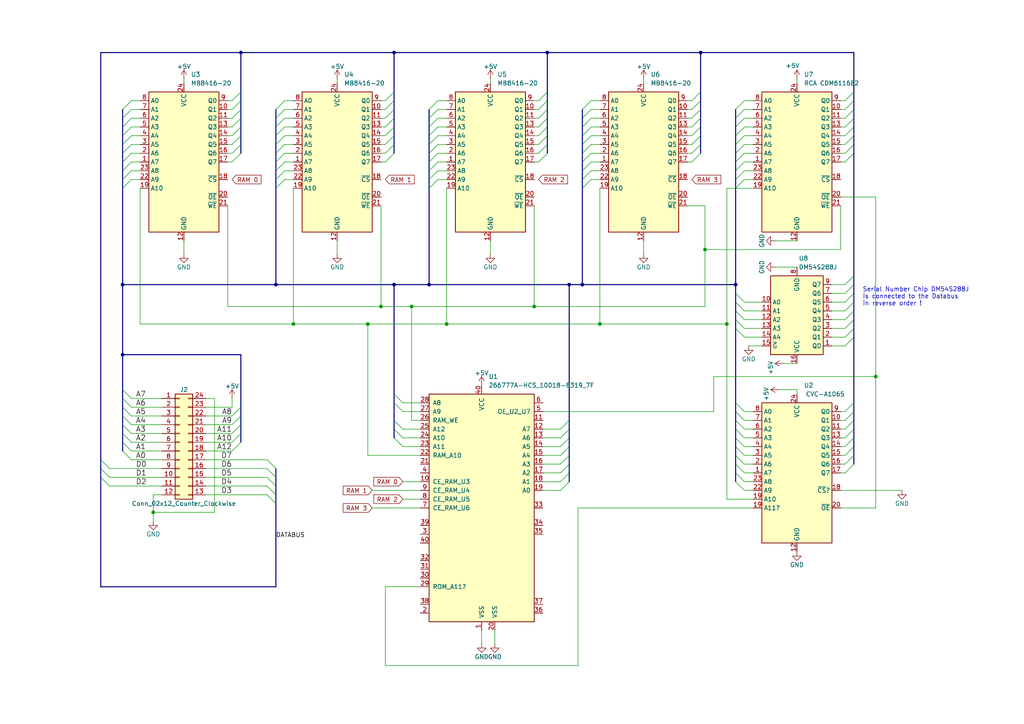
<source format=kicad_sch>
(kicad_sch (version 20211123) (generator eeschema)
  (paper "A4")
  (lib_symbols
    (symbol "Connector_Generic:Conn_02x12_Counter_Clockwise" (pin_names (offset 1.016) hide)
      (property "Reference" "J" (at 1.27 15.24 0))
      (property "Value" "Conn_02x12_Counter_Clockwise" (at 1.27 -17.78 0))
      (symbol "Conn_02x12_Counter_Clockwise_1_1"
        (pin passive line (at -5.08 12.7 0) (length 3.81) (name "Pin_1") (number "1"))
        (pin passive line (at -5.08 -10.16 0) (length 3.81) (name "Pin_10") (number "10"))
        (pin passive line (at -5.08 -12.7 0) (length 3.81) (name "Pin_11") (number "11"))
        (pin passive line (at -5.08 -15.24 0) (length 3.81) (name "Pin_12") (number "12"))
        (pin passive line (at 7.62 -15.24 180) (length 3.81) (name "Pin_13") (number "13"))
        (pin passive line (at 7.62 -12.7 180) (length 3.81) (name "Pin_14") (number "14"))
        (pin passive line (at 7.62 -10.16 180) (length 3.81) (name "Pin_15") (number "15"))
        (pin passive line (at 7.62 -7.62 180) (length 3.81) (name "Pin_16") (number "16"))
        (pin passive line (at 7.62 -5.08 180) (length 3.81) (name "Pin_17") (number "17"))
        (pin passive line (at 7.62 -2.54 180) (length 3.81) (name "Pin_18") (number "18"))
        (pin passive line (at 7.62 0 180) (length 3.81) (name "Pin_19") (number "19"))
        (pin passive line (at -5.08 10.16 0) (length 3.81) (name "Pin_2") (number "2"))
        (pin passive line (at 7.62 2.54 180) (length 3.81) (name "Pin_20") (number "20"))
        (pin passive line (at 7.62 5.08 180) (length 3.81) (name "Pin_21") (number "21"))
        (pin passive line (at 7.62 7.62 180) (length 3.81) (name "Pin_22") (number "22"))
        (pin passive line (at 7.62 10.16 180) (length 3.81) (name "Pin_23") (number "23"))
        (pin passive line (at 7.62 12.7 180) (length 3.81) (name "Pin_24") (number "24"))
        (pin passive line (at -5.08 7.62 0) (length 3.81) (name "Pin_3") (number "3"))
        (pin passive line (at -5.08 5.08 0) (length 3.81) (name "Pin_4") (number "4"))
        (pin passive line (at -5.08 2.54 0) (length 3.81) (name "Pin_5") (number "5"))
        (pin passive line (at -5.08 0 0) (length 3.81) (name "Pin_6") (number "6"))
        (pin passive line (at -5.08 -2.54 0) (length 3.81) (name "Pin_7") (number "7"))
        (pin passive line (at -5.08 -5.08 0) (length 3.81) (name "Pin_8") (number "8"))
        (pin passive line (at -5.08 -7.62 0) (length 3.81) (name "Pin_9") (number "9"))
      )
    )
    (symbol "Interface:266777A-HCS_10018-8319_7F" (pin_names (offset 1.016))
      (property "Reference" "U" (at -8.382 34.544 0))
      (property "Value" "266777A-HCS_10018-8319_7F" (at 34.29 35.56 0))
      (symbol "266777A-HCS_10018-8319_7F_1_1"
        (pin power_in line (at 0 -35.56 90) (length 2.54) (name "VSS") (number "1"))
        (pin output line (at -17.78 7.62 0) (length 2.54) (name "CE_RAM_U3") (number "10"))
        (pin output line (at 17.78 25.4 180) (length 2.54) (name "") (number "11"))
        (pin input line (at 17.78 22.86 180) (length 2.54) (name "A7") (number "12"))
        (pin input line (at 17.78 20.32 180) (length 2.54) (name "A6") (number "13"))
        (pin input line (at 17.78 17.78 180) (length 2.54) (name "A5") (number "14"))
        (pin input line (at 17.78 15.24 180) (length 2.54) (name "A4") (number "15"))
        (pin input line (at 17.78 12.7 180) (length 2.54) (name "A3") (number "16"))
        (pin input line (at 17.78 10.16 180) (length 2.54) (name "A2") (number "17"))
        (pin input line (at 17.78 7.62 180) (length 2.54) (name "A1") (number "18"))
        (pin input line (at 17.78 5.08 180) (length 2.54) (name "A0") (number "19"))
        (pin bidirectional line (at -17.78 -30.48 0) (length 2.54) (name "") (number "2"))
        (pin power_in line (at 3.81 -35.56 90) (length 2.54) (name "VSS") (number "20"))
        (pin bidirectional line (at -17.78 12.7 0) (length 2.54) (name "") (number "21"))
        (pin output line (at -17.78 15.24 0) (length 2.54) (name "RAM_A10") (number "22"))
        (pin input line (at -17.78 17.78 0) (length 2.54) (name "A11") (number "23"))
        (pin input line (at -17.78 20.32 0) (length 2.54) (name "A10") (number "24"))
        (pin input line (at -17.78 22.86 0) (length 2.54) (name "A12") (number "25"))
        (pin output line (at -17.78 25.4 0) (length 2.54) (name "RAM_WE") (number "26"))
        (pin input line (at -17.78 27.94 0) (length 2.54) (name "A9") (number "27"))
        (pin input line (at -17.78 30.48 0) (length 2.54) (name "A8") (number "28"))
        (pin output line (at -17.78 -22.86 0) (length 2.54) (name "ROM_A11?") (number "29"))
        (pin bidirectional line (at -17.78 -7.62 0) (length 2.54) (name "") (number "3"))
        (pin input line (at -17.78 -20.32 0) (length 2.54) (name "") (number "30"))
        (pin input line (at -17.78 -17.78 0) (length 2.54) (name "") (number "31"))
        (pin input line (at -17.78 -15.24 0) (length 2.54) (name "") (number "32"))
        (pin output line (at 17.78 0 180) (length 2.54) (name "") (number "33"))
        (pin output line (at 17.78 -5.08 180) (length 2.54) (name "") (number "34"))
        (pin output line (at 17.78 -7.62 180) (length 2.54) (name "") (number "35"))
        (pin output line (at 17.78 -30.48 180) (length 2.54) (name "") (number "36"))
        (pin output line (at 17.78 -27.94 180) (length 2.54) (name "") (number "37"))
        (pin input line (at -17.78 -27.94 0) (length 2.54) (name "") (number "38"))
        (pin input line (at -17.78 -5.08 0) (length 2.54) (name "") (number "39"))
        (pin bidirectional line (at -17.78 10.16 0) (length 2.54) (name "") (number "4"))
        (pin input line (at -17.78 -10.16 0) (length 2.54) (name "") (number "40"))
        (pin power_in line (at 0 35.56 270) (length 2.54) (name "VCC") (number "40"))
        (pin output line (at 17.78 27.94 180) (length 2.54) (name "OE_U2_U7") (number "5"))
        (pin output line (at 17.78 30.48 180) (length 2.54) (name "") (number "6"))
        (pin output line (at -17.78 0 0) (length 2.54) (name "CE_RAM_U6") (number "7"))
        (pin output line (at -17.78 2.54 0) (length 2.54) (name "CE_RAM_U5") (number "8"))
        (pin output line (at -17.78 5.08 0) (length 2.54) (name "CE_RAM_U4") (number "9"))
      )
    )
    (symbol "Memory_RAM:MB8416-20"
      (property "Reference" "U" (at -10.16 20.955 0))
      (property "Value" "MB8416-20" (at 2.54 21.59 0))
      (symbol "MB8416-20_0_0"
        (pin power_in line (at 0 -22.86 90) (length 2.54) (name "GND") (number "12"))
        (pin power_in line (at 0 22.86 270) (length 2.54) (name "VCC") (number "24"))
      )
      (symbol "MB8416-20_1_1"
        (pin input line (at -12.7 0 0) (length 2.54) (name "A7") (number "1"))
        (pin tri_state line (at 12.7 15.24 180) (length 2.54) (name "Q1") (number "10"))
        (pin tri_state line (at 12.7 12.7 180) (length 2.54) (name "Q2") (number "11"))
        (pin tri_state line (at 12.7 10.16 180) (length 2.54) (name "Q3") (number "13"))
        (pin tri_state line (at 12.7 7.62 180) (length 2.54) (name "Q4") (number "14"))
        (pin tri_state line (at 12.7 5.08 180) (length 2.54) (name "Q5") (number "15"))
        (pin tri_state line (at 12.7 2.54 180) (length 2.54) (name "Q6") (number "16"))
        (pin tri_state line (at 12.7 0 180) (length 2.54) (name "Q7") (number "17"))
        (pin input line (at 12.7 -5.08 180) (length 2.54) (name "~{CS}") (number "18"))
        (pin input line (at -12.7 -7.62 0) (length 2.54) (name "A10") (number "19"))
        (pin input line (at -12.7 2.54 0) (length 2.54) (name "A6") (number "2"))
        (pin input line (at 12.7 -10.16 180) (length 2.54) (name "~{OE}") (number "20"))
        (pin input line (at 12.7 -12.7 180) (length 2.54) (name "~{WE}") (number "21"))
        (pin input line (at -12.7 -5.08 0) (length 2.54) (name "A9") (number "22"))
        (pin input line (at -12.7 -2.54 0) (length 2.54) (name "A8") (number "23"))
        (pin input line (at -12.7 5.08 0) (length 2.54) (name "A5") (number "3"))
        (pin input line (at -12.7 7.62 0) (length 2.54) (name "A4") (number "4"))
        (pin input line (at -12.7 10.16 0) (length 2.54) (name "A3") (number "5"))
        (pin input line (at -12.7 12.7 0) (length 2.54) (name "A2") (number "6"))
        (pin input line (at -12.7 15.24 0) (length 2.54) (name "A1") (number "7"))
        (pin input line (at -12.7 17.78 0) (length 2.54) (name "A0") (number "8"))
        (pin tri_state line (at 12.7 17.78 180) (length 2.54) (name "Q0") (number "9"))
      )
    )
    (symbol "Memory_RAM:RCA CDM6116E2"
      (property "Reference" "U" (at -10.16 20.955 0))
      (property "Value" "RCA CDM6116E2" (at 2.54 21.59 0))
      (symbol "RCA CDM6116E2_0_0"
        (pin power_in line (at 0 -22.86 90) (length 2.54) (name "GND") (number "12"))
        (pin power_in line (at 0 22.86 270) (length 2.54) (name "VCC") (number "24"))
      )
      (symbol "RCA CDM6116E2_1_1"
        (pin input line (at -12.7 0 0) (length 2.54) (name "A7") (number "1"))
        (pin tri_state line (at 12.7 15.24 180) (length 2.54) (name "Q1") (number "10"))
        (pin tri_state line (at 12.7 12.7 180) (length 2.54) (name "Q2") (number "11"))
        (pin tri_state line (at 12.7 10.16 180) (length 2.54) (name "Q3") (number "13"))
        (pin tri_state line (at 12.7 7.62 180) (length 2.54) (name "Q4") (number "14"))
        (pin tri_state line (at 12.7 5.08 180) (length 2.54) (name "Q5") (number "15"))
        (pin tri_state line (at 12.7 2.54 180) (length 2.54) (name "Q6") (number "16"))
        (pin tri_state line (at 12.7 0 180) (length 2.54) (name "Q7") (number "17"))
        (pin input line (at 12.7 -5.08 180) (length 2.54) (name "~{CS}") (number "18"))
        (pin input line (at -12.7 -7.62 0) (length 2.54) (name "A10") (number "19"))
        (pin input line (at -12.7 2.54 0) (length 2.54) (name "A6") (number "2"))
        (pin input line (at 12.7 -10.16 180) (length 2.54) (name "~{OE}") (number "20"))
        (pin input line (at 12.7 -12.7 180) (length 2.54) (name "~{WE}") (number "21"))
        (pin input line (at -12.7 -5.08 0) (length 2.54) (name "A9") (number "22"))
        (pin input line (at -12.7 -2.54 0) (length 2.54) (name "A8") (number "23"))
        (pin input line (at -12.7 5.08 0) (length 2.54) (name "A5") (number "3"))
        (pin input line (at -12.7 7.62 0) (length 2.54) (name "A4") (number "4"))
        (pin input line (at -12.7 10.16 0) (length 2.54) (name "A3") (number "5"))
        (pin input line (at -12.7 12.7 0) (length 2.54) (name "A2") (number "6"))
        (pin input line (at -12.7 15.24 0) (length 2.54) (name "A1") (number "7"))
        (pin input line (at -12.7 17.78 0) (length 2.54) (name "A0") (number "8"))
        (pin tri_state line (at 12.7 17.78 180) (length 2.54) (name "Q0") (number "9"))
      )
    )
    (symbol "Memory_ROM:CVC-A1065"
      (property "Reference" "U" (at -10.16 20.955 0))
      (property "Value" "CVC-A1065" (at 2.54 21.59 0))
      (symbol "CVC-A1065_0_0"
        (pin power_in line (at 0 -22.86 90) (length 2.54) (name "GND") (number "12"))
        (pin power_in line (at 0 22.86 270) (length 2.54) (name "VCC") (number "24"))
      )
      (symbol "CVC-A1065_1_1"
        (pin input line (at -12.7 0 0) (length 2.54) (name "A7") (number "1"))
        (pin tri_state line (at 12.7 15.24 180) (length 2.54) (name "Q1") (number "10"))
        (pin tri_state line (at 12.7 12.7 180) (length 2.54) (name "Q2") (number "11"))
        (pin tri_state line (at 12.7 10.16 180) (length 2.54) (name "Q3") (number "13"))
        (pin tri_state line (at 12.7 7.62 180) (length 2.54) (name "Q4") (number "14"))
        (pin tri_state line (at 12.7 5.08 180) (length 2.54) (name "Q5") (number "15"))
        (pin tri_state line (at 12.7 2.54 180) (length 2.54) (name "Q6") (number "16"))
        (pin tri_state line (at 12.7 0 180) (length 2.54) (name "Q7") (number "17"))
        (pin input line (at 12.7 -5.08 180) (length 2.54) (name "~{CS}?") (number "18"))
        (pin input line (at -12.7 -7.62 0) (length 2.54) (name "A10") (number "19"))
        (pin input line (at -12.7 -10.16 0) (length 2.54) (name "A11?") (number "19"))
        (pin input line (at -12.7 2.54 0) (length 2.54) (name "A6") (number "2"))
        (pin input line (at 12.7 -10.16 180) (length 2.54) (name "~{OE}") (number "20"))
        (pin input line (at -12.7 -5.08 0) (length 2.54) (name "A9") (number "22"))
        (pin input line (at -12.7 -2.54 0) (length 2.54) (name "A8") (number "23"))
        (pin input line (at -12.7 5.08 0) (length 2.54) (name "A5") (number "3"))
        (pin input line (at -12.7 7.62 0) (length 2.54) (name "A4") (number "4"))
        (pin input line (at -12.7 10.16 0) (length 2.54) (name "A3") (number "5"))
        (pin input line (at -12.7 12.7 0) (length 2.54) (name "A2") (number "6"))
        (pin input line (at -12.7 15.24 0) (length 2.54) (name "A1") (number "7"))
        (pin input line (at -12.7 17.78 0) (length 2.54) (name "A0") (number "8"))
        (pin tri_state line (at 12.7 17.78 180) (length 2.54) (name "Q0") (number "9"))
      )
    )
    (symbol "Memory_ROM:DM54S288J"
      (property "Reference" "U" (at -7.62 13.97 0))
      (property "Value" "DM54S288J" (at 2.54 -11.43 0))
      (symbol "DM54S288J_1_1"
        (pin tri_state line (at -10.16 10.16 0) (length 2.54) (name "Q0") (number "1"))
        (pin input line (at 10.16 -2.54 180) (length 2.54) (name "A0") (number "10"))
        (pin input line (at 10.16 0 180) (length 2.54) (name "A1") (number "11"))
        (pin input line (at 10.16 2.54 180) (length 2.54) (name "A2") (number "12"))
        (pin input line (at 10.16 5.08 180) (length 2.54) (name "A3") (number "13"))
        (pin input line (at 10.16 7.62 180) (length 2.54) (name "A4") (number "14"))
        (pin input line (at 10.16 10.16 180) (length 2.54) (name "~{G}") (number "15"))
        (pin power_in line (at 0 15.24 270) (length 2.54) (name "VCC") (number "16"))
        (pin tri_state line (at -10.16 7.62 0) (length 2.54) (name "Q1") (number "2"))
        (pin tri_state line (at -10.16 5.08 0) (length 2.54) (name "Q2") (number "3"))
        (pin tri_state line (at -10.16 2.54 0) (length 2.54) (name "Q3") (number "4"))
        (pin tri_state line (at -10.16 0 0) (length 2.54) (name "Q4") (number "5"))
        (pin tri_state line (at -10.16 -2.54 0) (length 2.54) (name "Q5") (number "6"))
        (pin tri_state line (at -10.16 -5.08 0) (length 2.54) (name "Q6") (number "7"))
        (pin power_in line (at 0 -12.7 90) (length 2.54) (name "GND") (number "8"))
        (pin tri_state line (at -10.16 -7.62 0) (length 2.54) (name "Q7") (number "9"))
      )
    )
    (symbol "power:+5V" (power) (pin_names (offset 0))
      (property "Value" "+5V" (at 0 3.556 0))
      (symbol "+5V_1_1"
        (pin power_in line (at 0 0 90) (length 0) hide (name "+5V") (number "1"))
      )
    )
    (symbol "power:GND" (power) (pin_names (offset 0))
      (property "Value" "GND" (at 0 -3.81 0))
      (symbol "GND_1_1"
        (pin power_in line (at 0 0 270) (length 0) hide (name "GND") (number "1"))
      )
    )
  )
  (junction (at 129.54 93.98))
  (junction (at 106.68 93.98))
  (junction (at 165.1 82.55))
  (junction (at 114.3 15.24))
  (junction (at 85.09 93.98))
  (junction (at 124.46 82.55))
  (junction (at 119.38 88.9))
  (junction (at 110.49 88.9))
  (junction (at 80.01 82.55))
  (junction (at 154.94 88.9))
  (junction (at 158.75 15.24))
  (junction (at 210.82 93.98))
  (junction (at 204.47 72.39))
  (junction (at 35.56 102.87))
  (junction (at 173.99 93.98))
  (junction (at 114.3 82.55))
  (junction (at 203.2 15.24))
  (junction (at 69.85 15.24))
  (junction (at 254 109.22))
  (junction (at 213.36 82.55))
  (junction (at 44.45 148.59))
  (junction (at 168.91 82.55))
  (junction (at 35.56 82.55))
  (bus_entry (at 245.11 132.08) (size 2.54 -2.54))
  (bus_entry (at 245.11 129.54) (size 2.54 -2.54))
  (bus_entry (at 245.11 127) (size 2.54 -2.54))
  (bus_entry (at 245.11 134.62) (size 2.54 -2.54))
  (bus_entry (at 245.11 137.16) (size 2.54 -2.54))
  (bus_entry (at 245.11 119.38) (size 2.54 -2.54))
  (bus_entry (at 245.11 121.92) (size 2.54 -2.54))
  (bus_entry (at 245.11 124.46) (size 2.54 -2.54))
  (bus_entry (at 29.21 133.35) (size 2.54 2.54))
  (bus_entry (at 29.21 138.43) (size 2.54 2.54))
  (bus_entry (at 29.21 135.89) (size 2.54 2.54))
  (bus_entry (at 77.47 143.51) (size 2.54 2.54))
  (bus_entry (at 77.47 140.97) (size 2.54 2.54))
  (bus_entry (at 77.47 138.43) (size 2.54 2.54))
  (bus_entry (at 77.47 135.89) (size 2.54 2.54))
  (bus_entry (at 77.47 133.35) (size 2.54 2.54))
  (bus_entry (at 111.76 36.83) (size 2.54 -2.54))
  (bus_entry (at 111.76 39.37) (size 2.54 -2.54))
  (bus_entry (at 111.76 41.91) (size 2.54 -2.54))
  (bus_entry (at 111.76 44.45) (size 2.54 -2.54))
  (bus_entry (at 111.76 46.99) (size 2.54 -2.54))
  (bus_entry (at 156.21 29.21) (size 2.54 -2.54))
  (bus_entry (at 156.21 31.75) (size 2.54 -2.54))
  (bus_entry (at 156.21 34.29) (size 2.54 -2.54))
  (bus_entry (at 156.21 36.83) (size 2.54 -2.54))
  (bus_entry (at 156.21 46.99) (size 2.54 -2.54))
  (bus_entry (at 156.21 39.37) (size 2.54 -2.54))
  (bus_entry (at 156.21 41.91) (size 2.54 -2.54))
  (bus_entry (at 156.21 44.45) (size 2.54 -2.54))
  (bus_entry (at 67.31 46.99) (size 2.54 -2.54))
  (bus_entry (at 67.31 44.45) (size 2.54 -2.54))
  (bus_entry (at 67.31 41.91) (size 2.54 -2.54))
  (bus_entry (at 67.31 31.75) (size 2.54 -2.54))
  (bus_entry (at 67.31 29.21) (size 2.54 -2.54))
  (bus_entry (at 111.76 29.21) (size 2.54 -2.54))
  (bus_entry (at 111.76 31.75) (size 2.54 -2.54))
  (bus_entry (at 111.76 34.29) (size 2.54 -2.54))
  (bus_entry (at 67.31 34.29) (size 2.54 -2.54))
  (bus_entry (at 67.31 39.37) (size 2.54 -2.54))
  (bus_entry (at 67.31 36.83) (size 2.54 -2.54))
  (bus_entry (at 168.91 31.75) (size 2.54 -2.54))
  (bus_entry (at 168.91 34.29) (size 2.54 -2.54))
  (bus_entry (at 168.91 36.83) (size 2.54 -2.54))
  (bus_entry (at 168.91 52.07) (size 2.54 -2.54))
  (bus_entry (at 168.91 49.53) (size 2.54 -2.54))
  (bus_entry (at 168.91 54.61) (size 2.54 -2.54))
  (bus_entry (at 124.46 36.83) (size 2.54 -2.54))
  (bus_entry (at 124.46 39.37) (size 2.54 -2.54))
  (bus_entry (at 124.46 41.91) (size 2.54 -2.54))
  (bus_entry (at 124.46 31.75) (size 2.54 -2.54))
  (bus_entry (at 124.46 34.29) (size 2.54 -2.54))
  (bus_entry (at 124.46 44.45) (size 2.54 -2.54))
  (bus_entry (at 124.46 46.99) (size 2.54 -2.54))
  (bus_entry (at 168.91 41.91) (size 2.54 -2.54))
  (bus_entry (at 168.91 39.37) (size 2.54 -2.54))
  (bus_entry (at 168.91 44.45) (size 2.54 -2.54))
  (bus_entry (at 168.91 46.99) (size 2.54 -2.54))
  (bus_entry (at 124.46 52.07) (size 2.54 -2.54))
  (bus_entry (at 124.46 49.53) (size 2.54 -2.54))
  (bus_entry (at 124.46 54.61) (size 2.54 -2.54))
  (bus_entry (at 213.36 46.99) (size 2.54 -2.54))
  (bus_entry (at 213.36 44.45) (size 2.54 -2.54))
  (bus_entry (at 213.36 52.07) (size 2.54 -2.54))
  (bus_entry (at 213.36 49.53) (size 2.54 -2.54))
  (bus_entry (at 213.36 54.61) (size 2.54 -2.54))
  (bus_entry (at 213.36 34.29) (size 2.54 -2.54))
  (bus_entry (at 213.36 31.75) (size 2.54 -2.54))
  (bus_entry (at 213.36 39.37) (size 2.54 -2.54))
  (bus_entry (at 213.36 41.91) (size 2.54 -2.54))
  (bus_entry (at 213.36 36.83) (size 2.54 -2.54))
  (bus_entry (at 80.01 49.53) (size 2.54 -2.54))
  (bus_entry (at 80.01 46.99) (size 2.54 -2.54))
  (bus_entry (at 80.01 52.07) (size 2.54 -2.54))
  (bus_entry (at 80.01 54.61) (size 2.54 -2.54))
  (bus_entry (at 35.56 41.91) (size 2.54 -2.54))
  (bus_entry (at 35.56 39.37) (size 2.54 -2.54))
  (bus_entry (at 35.56 36.83) (size 2.54 -2.54))
  (bus_entry (at 35.56 31.75) (size 2.54 -2.54))
  (bus_entry (at 80.01 41.91) (size 2.54 -2.54))
  (bus_entry (at 80.01 39.37) (size 2.54 -2.54))
  (bus_entry (at 80.01 44.45) (size 2.54 -2.54))
  (bus_entry (at 80.01 36.83) (size 2.54 -2.54))
  (bus_entry (at 80.01 31.75) (size 2.54 -2.54))
  (bus_entry (at 80.01 34.29) (size 2.54 -2.54))
  (bus_entry (at 35.56 52.07) (size 2.54 -2.54))
  (bus_entry (at 35.56 34.29) (size 2.54 -2.54))
  (bus_entry (at 35.56 54.61) (size 2.54 -2.54))
  (bus_entry (at 35.56 46.99) (size 2.54 -2.54))
  (bus_entry (at 35.56 49.53) (size 2.54 -2.54))
  (bus_entry (at 35.56 44.45) (size 2.54 -2.54))
  (bus_entry (at 162.56 134.62) (size 2.54 -2.54))
  (bus_entry (at 162.56 142.24) (size 2.54 -2.54))
  (bus_entry (at 162.56 137.16) (size 2.54 -2.54))
  (bus_entry (at 162.56 132.08) (size 2.54 -2.54))
  (bus_entry (at 162.56 129.54) (size 2.54 -2.54))
  (bus_entry (at 162.56 139.7) (size 2.54 -2.54))
  (bus_entry (at 162.56 127) (size 2.54 -2.54))
  (bus_entry (at 162.56 124.46) (size 2.54 -2.54))
  (bus_entry (at 114.3 114.3) (size 2.54 2.54))
  (bus_entry (at 114.3 127) (size 2.54 2.54))
  (bus_entry (at 114.3 124.46) (size 2.54 2.54))
  (bus_entry (at 114.3 121.92) (size 2.54 2.54))
  (bus_entry (at 114.3 116.84) (size 2.54 2.54))
  (bus_entry (at 213.36 116.84) (size 2.54 2.54))
  (bus_entry (at 213.36 137.16) (size 2.54 2.54))
  (bus_entry (at 213.36 139.7) (size 2.54 2.54))
  (bus_entry (at 213.36 134.62) (size 2.54 2.54))
  (bus_entry (at 213.36 121.92) (size 2.54 2.54))
  (bus_entry (at 213.36 132.08) (size 2.54 2.54))
  (bus_entry (at 213.36 129.54) (size 2.54 2.54))
  (bus_entry (at 213.36 124.46) (size 2.54 2.54))
  (bus_entry (at 213.36 127) (size 2.54 2.54))
  (bus_entry (at 213.36 119.38) (size 2.54 2.54))
  (bus_entry (at 245.11 44.45) (size 2.54 -2.54))
  (bus_entry (at 245.11 46.99) (size 2.54 -2.54))
  (bus_entry (at 245.11 31.75) (size 2.54 -2.54))
  (bus_entry (at 245.11 34.29) (size 2.54 -2.54))
  (bus_entry (at 200.66 46.99) (size 2.54 -2.54))
  (bus_entry (at 200.66 39.37) (size 2.54 -2.54))
  (bus_entry (at 200.66 41.91) (size 2.54 -2.54))
  (bus_entry (at 200.66 44.45) (size 2.54 -2.54))
  (bus_entry (at 245.11 29.21) (size 2.54 -2.54))
  (bus_entry (at 245.11 36.83) (size 2.54 -2.54))
  (bus_entry (at 245.11 39.37) (size 2.54 -2.54))
  (bus_entry (at 245.11 41.91) (size 2.54 -2.54))
  (bus_entry (at 200.66 29.21) (size 2.54 -2.54))
  (bus_entry (at 200.66 31.75) (size 2.54 -2.54))
  (bus_entry (at 200.66 34.29) (size 2.54 -2.54))
  (bus_entry (at 200.66 36.83) (size 2.54 -2.54))
  (bus_entry (at 215.9 95.25) (size -2.54 -2.54))
  (bus_entry (at 215.9 92.71) (size -2.54 -2.54))
  (bus_entry (at 215.9 97.79) (size -2.54 -2.54))
  (bus_entry (at 215.9 87.63) (size -2.54 -2.54))
  (bus_entry (at 215.9 90.17) (size -2.54 -2.54))
  (bus_entry (at 245.11 100.33) (size 2.54 -2.54))
  (bus_entry (at 245.11 95.25) (size 2.54 -2.54))
  (bus_entry (at 245.11 92.71) (size 2.54 -2.54))
  (bus_entry (at 245.11 90.17) (size 2.54 -2.54))
  (bus_entry (at 245.11 97.79) (size 2.54 -2.54))
  (bus_entry (at 245.11 82.55) (size 2.54 -2.54))
  (bus_entry (at 245.11 87.63) (size 2.54 -2.54))
  (bus_entry (at 245.11 85.09) (size 2.54 -2.54))
  (bus_entry (at 35.56 128.27) (size 2.54 2.54))
  (bus_entry (at 35.56 130.81) (size 2.54 2.54))
  (bus_entry (at 35.56 125.73) (size 2.54 2.54))
  (bus_entry (at 67.31 123.19) (size 2.54 -2.54))
  (bus_entry (at 67.31 120.65) (size 2.54 -2.54))
  (bus_entry (at 67.31 130.81) (size 2.54 -2.54))
  (bus_entry (at 67.31 128.27) (size 2.54 -2.54))
  (bus_entry (at 67.31 125.73) (size 2.54 -2.54))
  (bus_entry (at 35.56 115.57) (size 2.54 2.54))
  (bus_entry (at 35.56 113.03) (size 2.54 2.54))
  (bus_entry (at 35.56 123.19) (size 2.54 2.54))
  (bus_entry (at 35.56 118.11) (size 2.54 2.54))
  (bus_entry (at 35.56 120.65) (size 2.54 2.54))
  (wire (pts (xy 243.84 46.99) (xy 245.11 46.99)))
  (wire (pts (xy 215.9 124.46) (xy 218.44 124.46)))
  (wire (pts (xy 106.68 93.98) (xy 129.54 93.98)))
  (bus (pts (xy 124.46 46.99) (xy 124.46 49.53)))
  (bus (pts (xy 69.85 36.83) (xy 69.85 39.37)))
  (bus (pts (xy 213.36 41.91) (xy 213.36 44.45)))
  (wire (pts (xy 171.45 41.91) (xy 173.99 41.91)))
  (wire (pts (xy 199.39 36.83) (xy 200.66 36.83)))
  (bus (pts (xy 35.56 54.61) (xy 35.56 82.55)))
  (bus (pts (xy 203.2 26.67) (xy 203.2 29.21)))
  (bus (pts (xy 247.65 36.83) (xy 247.65 39.37)))
  (wire (pts (xy 207.01 109.22) (xy 254 109.22)))
  (bus (pts (xy 29.21 138.43) (xy 29.21 170.18)))
  (wire (pts (xy 157.48 139.7) (xy 162.56 139.7)))
  (bus (pts (xy 165.1 127) (xy 165.1 129.54)))
  (wire (pts (xy 38.1 36.83) (xy 40.64 36.83)))
  (wire (pts (xy 173.99 54.61) (xy 173.99 93.98)))
  (wire (pts (xy 143.51 182.88) (xy 143.51 186.69)))
  (wire (pts (xy 66.04 41.91) (xy 67.31 41.91)))
  (bus (pts (xy 247.65 121.92) (xy 247.65 124.46)))
  (wire (pts (xy 215.9 29.21) (xy 218.44 29.21)))
  (wire (pts (xy 127 34.29) (xy 129.54 34.29)))
  (bus (pts (xy 213.36 121.92) (xy 213.36 124.46)))
  (wire (pts (xy 119.38 88.9) (xy 154.94 88.9)))
  (bus (pts (xy 247.65 129.54) (xy 247.65 132.08)))
  (wire (pts (xy 167.64 147.32) (xy 167.64 193.04)))
  (wire (pts (xy 157.48 142.24) (xy 162.56 142.24)))
  (wire (pts (xy 59.69 133.35) (xy 77.47 133.35)))
  (bus (pts (xy 158.75 36.83) (xy 158.75 39.37)))
  (wire (pts (xy 215.9 44.45) (xy 218.44 44.45)))
  (bus (pts (xy 203.2 15.24) (xy 247.65 15.24)))
  (wire (pts (xy 213.36 54.61) (xy 218.44 54.61)))
  (bus (pts (xy 247.65 119.38) (xy 247.65 121.92)))
  (bus (pts (xy 213.36 137.16) (xy 213.36 139.7)))
  (wire (pts (xy 62.23 115.57) (xy 62.23 148.59)))
  (wire (pts (xy 210.82 144.78) (xy 218.44 144.78)))
  (wire (pts (xy 210.82 93.98) (xy 210.82 144.78)))
  (bus (pts (xy 80.01 170.18) (xy 80.01 146.05)))
  (wire (pts (xy 215.9 129.54) (xy 218.44 129.54)))
  (wire (pts (xy 215.9 132.08) (xy 218.44 132.08)))
  (bus (pts (xy 158.75 15.24) (xy 203.2 15.24)))
  (wire (pts (xy 59.69 128.27) (xy 67.31 128.27)))
  (wire (pts (xy 227.33 105.41) (xy 231.14 105.41)))
  (wire (pts (xy 171.45 31.75) (xy 173.99 31.75)))
  (bus (pts (xy 247.65 124.46) (xy 247.65 127)))
  (bus (pts (xy 165.1 121.92) (xy 165.1 124.46)))
  (wire (pts (xy 215.9 34.29) (xy 218.44 34.29)))
  (bus (pts (xy 29.21 133.35) (xy 29.21 135.89)))
  (bus (pts (xy 114.3 15.24) (xy 114.3 26.67)))
  (wire (pts (xy 66.04 29.21) (xy 67.31 29.21)))
  (wire (pts (xy 59.69 115.57) (xy 62.23 115.57)))
  (bus (pts (xy 124.46 31.75) (xy 124.46 34.29)))
  (bus (pts (xy 114.3 29.21) (xy 114.3 31.75)))
  (wire (pts (xy 243.84 119.38) (xy 245.11 119.38)))
  (wire (pts (xy 199.39 39.37) (xy 200.66 39.37)))
  (bus (pts (xy 69.85 125.73) (xy 69.85 123.19)))
  (wire (pts (xy 67.31 125.73) (xy 59.69 125.73)))
  (bus (pts (xy 69.85 39.37) (xy 69.85 41.91)))
  (wire (pts (xy 241.3 90.17) (xy 245.11 90.17)))
  (wire (pts (xy 215.9 31.75) (xy 218.44 31.75)))
  (wire (pts (xy 171.45 34.29) (xy 173.99 34.29)))
  (bus (pts (xy 35.56 34.29) (xy 35.56 36.83)))
  (bus (pts (xy 35.56 44.45) (xy 35.56 46.99)))
  (bus (pts (xy 35.56 82.55) (xy 80.01 82.55)))
  (wire (pts (xy 44.45 148.59) (xy 44.45 151.13)))
  (wire (pts (xy 231.14 69.85) (xy 224.79 69.85)))
  (bus (pts (xy 213.36 127) (xy 213.36 129.54)))
  (wire (pts (xy 38.1 44.45) (xy 40.64 44.45)))
  (bus (pts (xy 247.65 90.17) (xy 247.65 92.71)))
  (wire (pts (xy 38.1 31.75) (xy 40.64 31.75)))
  (wire (pts (xy 82.55 31.75) (xy 85.09 31.75)))
  (bus (pts (xy 213.36 85.09) (xy 213.36 87.63)))
  (wire (pts (xy 67.31 115.57) (xy 67.31 118.11)))
  (wire (pts (xy 243.84 31.75) (xy 245.11 31.75)))
  (bus (pts (xy 247.65 85.09) (xy 247.65 87.63)))
  (bus (pts (xy 69.85 41.91) (xy 69.85 44.45)))
  (wire (pts (xy 243.84 142.24) (xy 261.62 142.24)))
  (wire (pts (xy 199.39 44.45) (xy 200.66 44.45)))
  (bus (pts (xy 168.91 39.37) (xy 168.91 41.91)))
  (wire (pts (xy 171.45 39.37) (xy 173.99 39.37)))
  (wire (pts (xy 243.84 34.29) (xy 245.11 34.29)))
  (bus (pts (xy 80.01 31.75) (xy 80.01 34.29)))
  (bus (pts (xy 165.1 82.55) (xy 165.1 121.92)))
  (bus (pts (xy 165.1 134.62) (xy 165.1 137.16)))
  (wire (pts (xy 116.84 119.38) (xy 121.92 119.38)))
  (wire (pts (xy 38.1 133.35) (xy 46.99 133.35)))
  (wire (pts (xy 127 31.75) (xy 129.54 31.75)))
  (wire (pts (xy 157.48 119.38) (xy 207.01 119.38)))
  (bus (pts (xy 124.46 39.37) (xy 124.46 41.91)))
  (wire (pts (xy 199.39 31.75) (xy 200.66 31.75)))
  (wire (pts (xy 241.3 100.33) (xy 245.11 100.33)))
  (wire (pts (xy 142.24 22.86) (xy 142.24 24.13)))
  (wire (pts (xy 53.34 69.85) (xy 53.34 73.66)))
  (wire (pts (xy 59.69 120.65) (xy 67.31 120.65)))
  (bus (pts (xy 203.2 36.83) (xy 203.2 39.37)))
  (wire (pts (xy 31.75 138.43) (xy 46.99 138.43)))
  (wire (pts (xy 127 52.07) (xy 129.54 52.07)))
  (bus (pts (xy 114.3 26.67) (xy 114.3 29.21)))
  (wire (pts (xy 215.9 39.37) (xy 218.44 39.37)))
  (wire (pts (xy 40.64 54.61) (xy 40.64 93.98)))
  (bus (pts (xy 124.46 44.45) (xy 124.46 46.99)))
  (bus (pts (xy 213.36 119.38) (xy 213.36 121.92)))
  (wire (pts (xy 82.55 39.37) (xy 85.09 39.37)))
  (bus (pts (xy 213.36 44.45) (xy 213.36 46.99)))
  (wire (pts (xy 82.55 46.99) (xy 85.09 46.99)))
  (wire (pts (xy 254 57.15) (xy 254 109.22)))
  (wire (pts (xy 38.1 118.11) (xy 46.99 118.11)))
  (wire (pts (xy 110.49 46.99) (xy 111.76 46.99)))
  (wire (pts (xy 40.64 93.98) (xy 85.09 93.98)))
  (bus (pts (xy 213.36 92.71) (xy 213.36 95.25)))
  (wire (pts (xy 66.04 88.9) (xy 110.49 88.9)))
  (bus (pts (xy 29.21 15.24) (xy 29.21 133.35)))
  (wire (pts (xy 215.9 137.16) (xy 218.44 137.16)))
  (bus (pts (xy 80.01 146.05) (xy 80.01 143.51)))
  (wire (pts (xy 97.79 69.85) (xy 97.79 73.66)))
  (bus (pts (xy 247.65 31.75) (xy 247.65 34.29)))
  (bus (pts (xy 114.3 36.83) (xy 114.3 39.37)))
  (bus (pts (xy 80.01 82.55) (xy 114.3 82.55)))
  (bus (pts (xy 80.01 138.43) (xy 80.01 135.89)))
  (wire (pts (xy 199.39 46.99) (xy 200.66 46.99)))
  (bus (pts (xy 247.65 87.63) (xy 247.65 90.17)))
  (wire (pts (xy 107.95 142.24) (xy 121.92 142.24)))
  (wire (pts (xy 66.04 36.83) (xy 67.31 36.83)))
  (bus (pts (xy 168.91 31.75) (xy 168.91 34.29)))
  (bus (pts (xy 158.75 39.37) (xy 158.75 41.91)))
  (wire (pts (xy 210.82 93.98) (xy 210.82 54.61)))
  (wire (pts (xy 154.94 36.83) (xy 156.21 36.83)))
  (wire (pts (xy 243.84 36.83) (xy 245.11 36.83)))
  (wire (pts (xy 110.49 88.9) (xy 119.38 88.9)))
  (wire (pts (xy 171.45 46.99) (xy 173.99 46.99)))
  (bus (pts (xy 80.01 54.61) (xy 80.01 82.55)))
  (bus (pts (xy 168.91 44.45) (xy 168.91 46.99)))
  (bus (pts (xy 247.65 34.29) (xy 247.65 36.83)))
  (wire (pts (xy 142.24 69.85) (xy 142.24 73.66)))
  (bus (pts (xy 35.56 49.53) (xy 35.56 52.07)))
  (bus (pts (xy 213.36 90.17) (xy 213.36 92.71)))
  (wire (pts (xy 38.1 123.19) (xy 46.99 123.19)))
  (bus (pts (xy 247.65 26.67) (xy 247.65 29.21)))
  (wire (pts (xy 215.9 97.79) (xy 220.98 97.79)))
  (wire (pts (xy 243.84 129.54) (xy 245.11 129.54)))
  (wire (pts (xy 82.55 29.21) (xy 85.09 29.21)))
  (wire (pts (xy 243.84 127) (xy 245.11 127)))
  (bus (pts (xy 247.65 29.21) (xy 247.65 31.75)))
  (wire (pts (xy 186.69 69.85) (xy 186.69 73.66)))
  (wire (pts (xy 127 49.53) (xy 129.54 49.53)))
  (wire (pts (xy 215.9 127) (xy 218.44 127)))
  (wire (pts (xy 110.49 34.29) (xy 111.76 34.29)))
  (bus (pts (xy 158.75 15.24) (xy 158.75 26.67)))
  (bus (pts (xy 203.2 15.24) (xy 203.2 26.67)))
  (bus (pts (xy 165.1 82.55) (xy 168.91 82.55)))
  (bus (pts (xy 213.36 132.08) (xy 213.36 134.62)))
  (wire (pts (xy 199.39 29.21) (xy 200.66 29.21)))
  (bus (pts (xy 168.91 46.99) (xy 168.91 49.53)))
  (wire (pts (xy 186.69 22.86) (xy 186.69 24.13)))
  (wire (pts (xy 127 29.21) (xy 129.54 29.21)))
  (wire (pts (xy 38.1 39.37) (xy 40.64 39.37)))
  (wire (pts (xy 59.69 135.89) (xy 77.47 135.89)))
  (wire (pts (xy 224.79 77.47) (xy 231.14 77.47)))
  (bus (pts (xy 124.46 54.61) (xy 124.46 82.55)))
  (wire (pts (xy 53.34 22.86) (xy 53.34 24.13)))
  (wire (pts (xy 215.9 49.53) (xy 218.44 49.53)))
  (wire (pts (xy 127 46.99) (xy 129.54 46.99)))
  (bus (pts (xy 165.1 132.08) (xy 165.1 134.62)))
  (bus (pts (xy 35.56 125.73) (xy 35.56 123.19)))
  (wire (pts (xy 154.94 44.45) (xy 156.21 44.45)))
  (wire (pts (xy 218.44 147.32) (xy 167.64 147.32)))
  (bus (pts (xy 247.65 44.45) (xy 247.65 80.01)))
  (bus (pts (xy 29.21 170.18) (xy 80.01 170.18)))
  (wire (pts (xy 110.49 39.37) (xy 111.76 39.37)))
  (wire (pts (xy 241.3 95.25) (xy 245.11 95.25)))
  (wire (pts (xy 154.94 88.9) (xy 154.94 59.69)))
  (bus (pts (xy 114.3 114.3) (xy 114.3 116.84)))
  (bus (pts (xy 213.36 95.25) (xy 213.36 116.84)))
  (bus (pts (xy 35.56 123.19) (xy 35.56 120.65)))
  (bus (pts (xy 35.56 130.81) (xy 35.56 128.27)))
  (wire (pts (xy 85.09 54.61) (xy 85.09 93.98)))
  (bus (pts (xy 213.36 52.07) (xy 213.36 54.61)))
  (bus (pts (xy 114.3 116.84) (xy 114.3 121.92)))
  (bus (pts (xy 69.85 29.21) (xy 69.85 31.75)))
  (bus (pts (xy 124.46 36.83) (xy 124.46 39.37)))
  (wire (pts (xy 157.48 129.54) (xy 162.56 129.54)))
  (bus (pts (xy 168.91 36.83) (xy 168.91 39.37)))
  (wire (pts (xy 127 36.83) (xy 129.54 36.83)))
  (bus (pts (xy 165.1 137.16) (xy 165.1 139.7)))
  (bus (pts (xy 35.56 120.65) (xy 35.56 118.11)))
  (bus (pts (xy 213.36 39.37) (xy 213.36 41.91)))
  (wire (pts (xy 67.31 123.19) (xy 59.69 123.19)))
  (bus (pts (xy 80.01 36.83) (xy 80.01 39.37)))
  (wire (pts (xy 154.94 31.75) (xy 156.21 31.75)))
  (bus (pts (xy 213.36 49.53) (xy 213.36 52.07)))
  (wire (pts (xy 82.55 52.07) (xy 85.09 52.07)))
  (wire (pts (xy 46.99 130.81) (xy 38.1 130.81)))
  (bus (pts (xy 158.75 26.67) (xy 158.75 29.21)))
  (bus (pts (xy 35.56 115.57) (xy 35.56 113.03)))
  (wire (pts (xy 38.1 34.29) (xy 40.64 34.29)))
  (wire (pts (xy 215.9 134.62) (xy 218.44 134.62)))
  (wire (pts (xy 121.92 132.08) (xy 106.68 132.08)))
  (wire (pts (xy 157.48 134.62) (xy 162.56 134.62)))
  (bus (pts (xy 80.01 44.45) (xy 80.01 46.99)))
  (wire (pts (xy 243.84 121.92) (xy 245.11 121.92)))
  (wire (pts (xy 243.84 132.08) (xy 245.11 132.08)))
  (wire (pts (xy 116.84 124.46) (xy 121.92 124.46)))
  (bus (pts (xy 114.3 31.75) (xy 114.3 34.29)))
  (bus (pts (xy 158.75 34.29) (xy 158.75 36.83)))
  (wire (pts (xy 241.3 82.55) (xy 245.11 82.55)))
  (bus (pts (xy 247.65 80.01) (xy 247.65 82.55)))
  (wire (pts (xy 116.84 127) (xy 121.92 127)))
  (bus (pts (xy 35.56 52.07) (xy 35.56 54.61)))
  (wire (pts (xy 154.94 29.21) (xy 156.21 29.21)))
  (bus (pts (xy 203.2 39.37) (xy 203.2 41.91)))
  (bus (pts (xy 247.65 92.71) (xy 247.65 95.25)))
  (bus (pts (xy 213.36 54.61) (xy 213.36 82.55)))
  (bus (pts (xy 168.91 54.61) (xy 168.91 82.55)))
  (wire (pts (xy 215.9 121.92) (xy 218.44 121.92)))
  (wire (pts (xy 107.95 147.32) (xy 121.92 147.32)))
  (wire (pts (xy 243.84 44.45) (xy 245.11 44.45)))
  (bus (pts (xy 35.56 41.91) (xy 35.56 44.45)))
  (wire (pts (xy 110.49 41.91) (xy 111.76 41.91)))
  (wire (pts (xy 121.92 121.92) (xy 119.38 121.92)))
  (wire (pts (xy 171.45 36.83) (xy 173.99 36.83)))
  (bus (pts (xy 69.85 123.19) (xy 69.85 120.65)))
  (wire (pts (xy 215.9 142.24) (xy 218.44 142.24)))
  (bus (pts (xy 35.56 128.27) (xy 35.56 125.73)))
  (wire (pts (xy 82.55 36.83) (xy 85.09 36.83)))
  (wire (pts (xy 46.99 125.73) (xy 38.1 125.73)))
  (wire (pts (xy 207.01 119.38) (xy 207.01 109.22)))
  (wire (pts (xy 154.94 39.37) (xy 156.21 39.37)))
  (bus (pts (xy 29.21 135.89) (xy 29.21 138.43)))
  (wire (pts (xy 46.99 115.57) (xy 38.1 115.57)))
  (bus (pts (xy 213.36 116.84) (xy 213.36 119.38)))
  (bus (pts (xy 203.2 31.75) (xy 203.2 34.29)))
  (bus (pts (xy 247.65 127) (xy 247.65 129.54)))
  (bus (pts (xy 247.65 97.79) (xy 247.65 116.84)))
  (wire (pts (xy 204.47 59.69) (xy 199.39 59.69)))
  (wire (pts (xy 254 109.22) (xy 254 147.32)))
  (wire (pts (xy 173.99 93.98) (xy 210.82 93.98)))
  (wire (pts (xy 116.84 129.54) (xy 121.92 129.54)))
  (wire (pts (xy 38.1 52.07) (xy 40.64 52.07)))
  (bus (pts (xy 247.65 95.25) (xy 247.65 97.79)))
  (bus (pts (xy 114.3 39.37) (xy 114.3 41.91)))
  (wire (pts (xy 66.04 46.99) (xy 67.31 46.99)))
  (wire (pts (xy 38.1 29.21) (xy 40.64 29.21)))
  (wire (pts (xy 154.94 34.29) (xy 156.21 34.29)))
  (bus (pts (xy 114.3 82.55) (xy 114.3 114.3)))
  (wire (pts (xy 111.76 193.04) (xy 111.76 170.18)))
  (bus (pts (xy 213.36 87.63) (xy 213.36 90.17)))
  (wire (pts (xy 215.9 87.63) (xy 220.98 87.63)))
  (bus (pts (xy 80.01 46.99) (xy 80.01 49.53)))
  (wire (pts (xy 66.04 39.37) (xy 67.31 39.37)))
  (bus (pts (xy 69.85 34.29) (xy 69.85 36.83)))
  (bus (pts (xy 80.01 143.51) (xy 80.01 140.97)))
  (wire (pts (xy 254 147.32) (xy 243.84 147.32)))
  (bus (pts (xy 35.56 39.37) (xy 35.56 41.91)))
  (wire (pts (xy 204.47 88.9) (xy 204.47 72.39)))
  (wire (pts (xy 66.04 31.75) (xy 67.31 31.75)))
  (bus (pts (xy 35.56 113.03) (xy 35.56 102.87)))
  (wire (pts (xy 199.39 41.91) (xy 200.66 41.91)))
  (wire (pts (xy 154.94 46.99) (xy 156.21 46.99)))
  (bus (pts (xy 69.85 31.75) (xy 69.85 34.29)))
  (wire (pts (xy 215.9 95.25) (xy 220.98 95.25)))
  (bus (pts (xy 80.01 49.53) (xy 80.01 52.07)))
  (bus (pts (xy 29.21 15.24) (xy 69.85 15.24)))
  (bus (pts (xy 158.75 41.91) (xy 158.75 44.45)))
  (wire (pts (xy 59.69 140.97) (xy 77.47 140.97)))
  (bus (pts (xy 168.91 34.29) (xy 168.91 36.83)))
  (wire (pts (xy 127 41.91) (xy 129.54 41.91)))
  (wire (pts (xy 82.55 41.91) (xy 85.09 41.91)))
  (wire (pts (xy 215.9 119.38) (xy 218.44 119.38)))
  (bus (pts (xy 213.36 134.62) (xy 213.36 137.16)))
  (wire (pts (xy 204.47 72.39) (xy 204.47 59.69)))
  (wire (pts (xy 66.04 34.29) (xy 67.31 34.29)))
  (wire (pts (xy 119.38 121.92) (xy 119.38 88.9)))
  (bus (pts (xy 158.75 31.75) (xy 158.75 34.29)))
  (bus (pts (xy 247.65 116.84) (xy 247.65 119.38)))
  (wire (pts (xy 157.48 127) (xy 162.56 127)))
  (wire (pts (xy 157.48 132.08) (xy 162.56 132.08)))
  (bus (pts (xy 168.91 52.07) (xy 168.91 54.61)))
  (bus (pts (xy 213.36 31.75) (xy 213.36 34.29)))
  (wire (pts (xy 243.84 57.15) (xy 254 57.15)))
  (bus (pts (xy 168.91 49.53) (xy 168.91 52.07)))
  (wire (pts (xy 85.09 93.98) (xy 106.68 93.98)))
  (wire (pts (xy 110.49 29.21) (xy 111.76 29.21)))
  (bus (pts (xy 80.01 52.07) (xy 80.01 54.61)))
  (wire (pts (xy 243.84 72.39) (xy 204.47 72.39)))
  (bus (pts (xy 165.1 124.46) (xy 165.1 127)))
  (wire (pts (xy 38.1 49.53) (xy 40.64 49.53)))
  (wire (pts (xy 231.14 113.03) (xy 231.14 114.3)))
  (wire (pts (xy 82.55 44.45) (xy 85.09 44.45)))
  (bus (pts (xy 80.01 39.37) (xy 80.01 41.91)))
  (bus (pts (xy 69.85 15.24) (xy 114.3 15.24)))
  (wire (pts (xy 110.49 44.45) (xy 111.76 44.45)))
  (bus (pts (xy 124.46 82.55) (xy 165.1 82.55)))
  (wire (pts (xy 243.84 134.62) (xy 245.11 134.62)))
  (wire (pts (xy 243.84 59.69) (xy 243.84 72.39)))
  (bus (pts (xy 69.85 102.87) (xy 35.56 102.87)))
  (wire (pts (xy 31.75 140.97) (xy 46.99 140.97)))
  (bus (pts (xy 124.46 49.53) (xy 124.46 52.07)))
  (wire (pts (xy 38.1 128.27) (xy 46.99 128.27)))
  (wire (pts (xy 129.54 54.61) (xy 129.54 93.98)))
  (bus (pts (xy 69.85 128.27) (xy 69.85 125.73)))
  (bus (pts (xy 124.46 34.29) (xy 124.46 36.83)))
  (wire (pts (xy 46.99 120.65) (xy 38.1 120.65)))
  (bus (pts (xy 247.65 26.67) (xy 247.65 15.24)))
  (bus (pts (xy 114.3 41.91) (xy 114.3 44.45)))
  (bus (pts (xy 114.3 82.55) (xy 124.46 82.55)))
  (bus (pts (xy 213.36 34.29) (xy 213.36 36.83)))
  (wire (pts (xy 241.3 85.09) (xy 245.11 85.09)))
  (wire (pts (xy 31.75 135.89) (xy 46.99 135.89)))
  (wire (pts (xy 66.04 44.45) (xy 67.31 44.45)))
  (wire (pts (xy 171.45 49.53) (xy 173.99 49.53)))
  (wire (pts (xy 241.3 92.71) (xy 245.11 92.71)))
  (bus (pts (xy 69.85 15.24) (xy 69.85 26.67)))
  (bus (pts (xy 247.65 41.91) (xy 247.65 44.45)))
  (wire (pts (xy 116.84 139.7) (xy 121.92 139.7)))
  (wire (pts (xy 210.82 54.61) (xy 213.36 54.61)))
  (bus (pts (xy 203.2 29.21) (xy 203.2 31.75)))
  (wire (pts (xy 106.68 132.08) (xy 106.68 93.98)))
  (wire (pts (xy 157.48 124.46) (xy 162.56 124.46)))
  (wire (pts (xy 243.84 137.16) (xy 245.11 137.16)))
  (wire (pts (xy 62.23 148.59) (xy 44.45 148.59)))
  (bus (pts (xy 35.56 102.87) (xy 35.56 82.55)))
  (wire (pts (xy 217.17 100.33) (xy 220.98 100.33)))
  (bus (pts (xy 69.85 26.67) (xy 69.85 29.21)))
  (bus (pts (xy 247.65 82.55) (xy 247.65 85.09)))
  (bus (pts (xy 168.91 41.91) (xy 168.91 44.45)))
  (wire (pts (xy 215.9 52.07) (xy 218.44 52.07)))
  (wire (pts (xy 139.7 182.88) (xy 139.7 186.69)))
  (wire (pts (xy 111.76 170.18) (xy 121.92 170.18)))
  (bus (pts (xy 213.36 46.99) (xy 213.36 49.53)))
  (wire (pts (xy 110.49 36.83) (xy 111.76 36.83)))
  (bus (pts (xy 124.46 52.07) (xy 124.46 54.61)))
  (wire (pts (xy 110.49 31.75) (xy 111.76 31.75)))
  (bus (pts (xy 213.36 36.83) (xy 213.36 39.37)))
  (wire (pts (xy 215.9 41.91) (xy 218.44 41.91)))
  (bus (pts (xy 35.56 31.75) (xy 35.56 34.29)))
  (wire (pts (xy 243.84 29.21) (xy 245.11 29.21)))
  (bus (pts (xy 213.36 124.46) (xy 213.36 127)))
  (bus (pts (xy 80.01 140.97) (xy 80.01 138.43)))
  (bus (pts (xy 213.36 82.55) (xy 213.36 85.09)))
  (bus (pts (xy 158.75 29.21) (xy 158.75 31.75)))
  (bus (pts (xy 165.1 129.54) (xy 165.1 132.08)))
  (bus (pts (xy 203.2 34.29) (xy 203.2 36.83)))
  (wire (pts (xy 171.45 44.45) (xy 173.99 44.45)))
  (wire (pts (xy 171.45 52.07) (xy 173.99 52.07)))
  (wire (pts (xy 127 44.45) (xy 129.54 44.45)))
  (wire (pts (xy 241.3 87.63) (xy 245.11 87.63)))
  (wire (pts (xy 44.45 143.51) (xy 44.45 148.59)))
  (wire (pts (xy 59.69 138.43) (xy 77.47 138.43)))
  (bus (pts (xy 168.91 82.55) (xy 213.36 82.55)))
  (wire (pts (xy 110.49 59.69) (xy 110.49 88.9)))
  (wire (pts (xy 241.3 97.79) (xy 245.11 97.79)))
  (bus (pts (xy 203.2 41.91) (xy 203.2 44.45)))
  (bus (pts (xy 114.3 15.24) (xy 158.75 15.24)))
  (wire (pts (xy 38.1 46.99) (xy 40.64 46.99)))
  (wire (pts (xy 167.64 193.04) (xy 111.76 193.04)))
  (wire (pts (xy 171.45 29.21) (xy 173.99 29.21)))
  (wire (pts (xy 67.31 118.11) (xy 59.69 118.11)))
  (bus (pts (xy 80.01 34.29) (xy 80.01 36.83)))
  (bus (pts (xy 114.3 34.29) (xy 114.3 36.83)))
  (wire (pts (xy 44.45 143.51) (xy 46.99 143.51)))
  (wire (pts (xy 82.55 49.53) (xy 85.09 49.53)))
  (bus (pts (xy 247.65 39.37) (xy 247.65 41.91)))
  (wire (pts (xy 154.94 88.9) (xy 204.47 88.9)))
  (wire (pts (xy 129.54 93.98) (xy 173.99 93.98)))
  (wire (pts (xy 243.84 39.37) (xy 245.11 39.37)))
  (bus (pts (xy 35.56 118.11) (xy 35.56 115.57)))
  (wire (pts (xy 215.9 36.83) (xy 218.44 36.83)))
  (wire (pts (xy 199.39 34.29) (xy 200.66 34.29)))
  (bus (pts (xy 114.3 121.92) (xy 114.3 124.46)))
  (wire (pts (xy 226.06 113.03) (xy 231.14 113.03)))
  (bus (pts (xy 35.56 46.99) (xy 35.56 49.53)))
  (wire (pts (xy 66.04 88.9) (xy 66.04 59.69)))
  (wire (pts (xy 38.1 41.91) (xy 40.64 41.91)))
  (wire (pts (xy 97.79 22.86) (xy 97.79 24.13)))
  (bus (pts (xy 247.65 132.08) (xy 247.65 134.62)))
  (wire (pts (xy 243.84 41.91) (xy 245.11 41.91)))
  (wire (pts (xy 154.94 41.91) (xy 156.21 41.91)))
  (wire (pts (xy 157.48 137.16) (xy 162.56 137.16)))
  (bus (pts (xy 213.36 129.54) (xy 213.36 132.08)))
  (wire (pts (xy 127 39.37) (xy 129.54 39.37)))
  (wire (pts (xy 231.14 22.86) (xy 231.14 24.13)))
  (bus (pts (xy 114.3 124.46) (xy 114.3 127)))
  (wire (pts (xy 215.9 46.99) (xy 218.44 46.99)))
  (bus (pts (xy 69.85 118.11) (xy 69.85 102.87)))
  (wire (pts (xy 67.31 130.81) (xy 59.69 130.81)))
  (wire (pts (xy 116.84 144.78) (xy 121.92 144.78)))
  (bus (pts (xy 124.46 41.91) (xy 124.46 44.45)))
  (wire (pts (xy 59.69 143.51) (xy 77.47 143.51)))
  (wire (pts (xy 215.9 90.17) (xy 220.98 90.17)))
  (wire (pts (xy 215.9 139.7) (xy 218.44 139.7)))
  (wire (pts (xy 82.55 34.29) (xy 85.09 34.29)))
  (wire (pts (xy 243.84 124.46) (xy 245.11 124.46)))
  (wire (pts (xy 116.84 116.84) (xy 121.92 116.84)))
  (wire (pts (xy 215.9 92.71) (xy 220.98 92.71)))
  (bus (pts (xy 35.56 36.83) (xy 35.56 39.37)))
  (bus (pts (xy 80.01 41.91) (xy 80.01 44.45)))
  (bus (pts (xy 69.85 120.65) (xy 69.85 118.11)))
  (text "Serial Number Chip DM54S288J\nis connected to the Databus \nin reverse order !" (at 250.19 88.9 0) (effects (font (size 1.27 1.27)) (justify left bottom)))
  (label "A10" (at 67.31 128.27 180) (effects (font (size 1.524 1.524))))
  (label "D4" (at 67.31 140.97 180) (effects (font (size 1.524 1.524))))
  (label "D3" (at 67.31 143.51 180) (effects (font (size 1.524 1.524))))
  (label "A7" (at 39.37 115.57 0) (effects (font (size 1.524 1.524))))
  (label "A11" (at 67.31 125.73 180) (effects (font (size 1.524 1.524))))
  (label "DATABUS" (at 80.01 156.21 0))
  (label "D0" (at 39.37 135.89 0) (effects (font (size 1.524 1.524))))
  (label "D6" (at 67.31 135.89 180) (effects (font (size 1.524 1.524))))
  (label "D1" (at 39.37 138.43 0) (effects (font (size 1.524 1.524))))
  (label "D5" (at 67.31 138.43 180) (effects (font (size 1.524 1.524))))
  (label "A1" (at 39.37 130.81 0) (effects (font (size 1.524 1.524))))
  (label "A2" (at 39.37 128.27 0) (effects (font (size 1.524 1.524))))
  (label "A4" (at 39.37 123.19 0) (effects (font (size 1.524 1.524))))
  (label "A9" (at 67.31 123.19 180) (effects (font (size 1.524 1.524))))
  (label "A12" (at 67.31 130.81 180) (effects (font (size 1.524 1.524))))
  (label "A0" (at 39.37 133.35 0) (effects (font (size 1.524 1.524))))
  (label "D7" (at 67.31 133.35 180) (effects (font (size 1.524 1.524))))
  (label "A6" (at 39.37 118.11 0) (effects (font (size 1.524 1.524))))
  (label "A3" (at 39.37 125.73 0) (effects (font (size 1.524 1.524))))
  (label "D2" (at 39.37 140.97 0) (effects (font (size 1.524 1.524))))
  (label "A5" (at 39.37 120.65 0) (effects (font (size 1.524 1.524))))
  (label "A8" (at 67.31 120.65 180) (effects (font (size 1.524 1.524))))
  (global_label "RAM 3" (shape input) (at 107.95 147.32 180) (property "Intersheet References" "${INTERSHEET_REFS}" (effects hide)))
  (global_label "RAM 1" (shape input) (at 111.76 52.07 0) (property "Intersheet References" "${INTERSHEET_REFS}" (effects hide)))
  (global_label "RAM 0" (shape input) (at 116.84 139.7 180) (property "Intersheet References" "${INTERSHEET_REFS}" (effects hide)))
  (global_label "RAM 2" (shape input) (at 116.84 144.78 180) (property "Intersheet References" "${INTERSHEET_REFS}" (effects hide)))
  (global_label "RAM 1" (shape input) (at 107.95 142.24 180) (property "Intersheet References" "${INTERSHEET_REFS}" (effects hide)))
  (global_label "RAM 3" (shape input) (at 200.66 52.07 0) (property "Intersheet References" "${INTERSHEET_REFS}" (effects hide)))
  (global_label "RAM 2" (shape input) (at 156.21 52.07 0) (property "Intersheet References" "${INTERSHEET_REFS}" (effects hide)))
  (global_label "RAM 0" (shape input) (at 67.31 52.07 0) (property "Intersheet References" "${INTERSHEET_REFS}" (effects hide)))
  (symbol (lib_id "Connector_Generic:Conn_02x12_Counter_Clockwise") (at 52.07 128.27 0) (unit 1)
    (property "Reference" "J2" (at 53.34 113.03 0))
    (property "Value" "Conn_02x12_Counter_Clockwise" (at 53.34 146.05 0))
    (property "Footprint" "Connector_PCBEdge:BUS_AT" (effects hide))
  )
  (symbol (lib_id "Memory_RAM:MB8416-20") (at 97.79 46.99 0) (unit 1)
    (property "Reference" "U4" (at 99.8094 21.59 0) (effects (justify left)))
    (property "Value" "MB8416-20" (at 99.8094 24.13 0) (effects (justify left)))
    (property "Footprint" "Package_DIP:DIP-24_W15.24mm" (effects hide))
    (property "Datasheet" "https://datasheetspdf.com/pdf-file/924187/Fujitsu/MB8416-20/1" (effects hide))
  )
  (symbol (lib_id "power:+5V") (at 142.24 22.86 0) (unit 1)
    (property "Reference" "#PWR0102" (effects hide))
    (property "Value" "+5V" (at 142.24 19.304 0))
  )
  (symbol (lib_id "power:+5V") (at 227.33 105.41 90) (unit 1)
    (property "Reference" "#PWR0118" (effects hide))
    (property "Value" "+5V" (at 223.52 106.68 0))
  )
  (symbol (lib_id "power:GND") (at 97.79 73.66 0) (unit 1)
    (property "Reference" "#PWR0103" (effects hide))
    (property "Value" "GND" (at 97.79 77.47 0))
  )
  (symbol (lib_id "power:GND") (at 143.51 186.69 0) (unit 1)
    (property "Reference" "#PWR0114" (effects hide))
    (property "Value" "GND" (at 143.51 190.5 0))
  )
  (symbol (lib_id "power:+5V") (at 67.31 115.57 0) (unit 1)
    (property "Reference" "#PWR0107" (effects hide))
    (property "Value" "+5V" (at 67.31 112.014 0))
  )
  (symbol (lib_id "power:GND") (at 142.24 73.66 0) (unit 1)
    (property "Reference" "#PWR0104" (effects hide))
    (property "Value" "GND" (at 142.24 77.47 0))
  )
  (symbol (lib_id "power:GND") (at 217.17 100.33 0) (unit 1)
    (property "Reference" "#PWR?" (effects hide))
    (property "Value" "GND" (at 217.17 104.14 0))
  )
  (symbol (lib_id "power:+5V") (at 226.06 113.03 90) (unit 1)
    (property "Reference" "#PWR0116" (effects hide))
    (property "Value" "+5V" (at 222.25 114.3 0))
  )
  (symbol (lib_id "Memory_RAM:MB8416-20") (at 53.34 46.99 0) (unit 1)
    (property "Reference" "U3" (at 55.3594 21.59 0) (effects (justify left)))
    (property "Value" "MB8416-20" (at 55.3594 24.13 0) (effects (justify left)))
    (property "Footprint" "Package_DIP:DIP-24_W15.24mm" (effects hide))
    (property "Datasheet" "https://datasheetspdf.com/pdf-file/924187/Fujitsu/MB8416-20/1" (effects hide))
  )
  (symbol (lib_id "power:+5V") (at 97.79 22.86 0) (unit 1)
    (property "Reference" "#PWR0105" (effects hide))
    (property "Value" "+5V" (at 97.79 19.304 0))
  )
  (symbol (lib_id "power:GND") (at 44.45 151.13 0) (unit 1)
    (property "Reference" "#PWR0101" (effects hide))
    (property "Value" "GND" (at 44.45 154.94 0))
  )
  (symbol (lib_id "power:GND") (at 224.79 69.85 270) (unit 1)
    (property "Reference" "#PWR0110" (effects hide))
    (property "Value" "GND" (at 220.98 69.85 0))
  )
  (symbol (lib_id "power:GND") (at 231.14 160.02 0) (unit 1)
    (property "Reference" "#PWR0117" (effects hide))
    (property "Value" "GND" (at 231.14 163.83 0))
  )
  (symbol (lib_id "Memory_RAM:RCA CDM6116E2") (at 231.14 46.99 0) (unit 1)
    (property "Reference" "U7" (at 233.1594 21.59 0) (effects (justify left)))
    (property "Value" "RCA CDM6116E2" (at 233.1594 24.13 0) (effects (justify left)))
    (property "Footprint" "Package_DIP:DIP-24_W15.24mm" (effects hide))
    (property "Datasheet" "https://datasheet.datasheetarchive.com/originals/distributors/Datasheets-26/DSA-511179.pdf" (effects hide))
  )
  (symbol (lib_id "power:GND") (at 224.79 77.47 270) (unit 1)
    (property "Reference" "#PWR0119" (effects hide))
    (property "Value" "GND" (at 220.98 77.47 0))
  )
  (symbol (lib_id "Memory_ROM:CVC-A1065") (at 231.14 137.16 0) (unit 1)
    (property "Reference" "U2" (at 233.1594 111.76 0) (effects (justify left)))
    (property "Value" "CVC-A1065" (at 233.68 114.3 0) (effects (justify left)))
    (property "Footprint" "Package_DIP:DIP-24_W15.24mm" (effects hide))
    (property "Datasheet" "https://datasheetspdf.com/pdf-file/924187/Fujitsu/MB8416-20/1" (effects hide))
  )
  (symbol (lib_id "power:+5V") (at 231.14 22.86 0) (unit 1)
    (property "Reference" "#PWR0112" (effects hide))
    (property "Value" "+5V" (at 229.87 19.05 0))
  )
  (symbol (lib_id "power:GND") (at 186.69 73.66 0) (unit 1)
    (property "Reference" "#PWR0111" (effects hide))
    (property "Value" "GND" (at 186.69 77.47 0))
  )
  (symbol (lib_id "power:GND") (at 261.62 142.24 0) (unit 1)
    (property "Reference" "#PWR?" (effects hide))
    (property "Value" "GND" (at 261.62 146.05 0))
  )
  (symbol (lib_id "Memory_RAM:MB8416-20") (at 142.24 46.99 0) (unit 1)
    (property "Reference" "U5" (at 144.2594 21.59 0) (effects (justify left)))
    (property "Value" "MB8416-20" (at 144.2594 24.13 0) (effects (justify left)))
    (property "Footprint" "Package_DIP:DIP-24_W15.24mm" (effects hide))
    (property "Datasheet" "https://datasheetspdf.com/pdf-file/924187/Fujitsu/MB8416-20/1" (effects hide))
  )
  (symbol (lib_id "power:GND") (at 139.7 186.69 0) (unit 1)
    (property "Reference" "#PWR0113" (effects hide))
    (property "Value" "GND" (at 139.7 190.5 0))
  )
  (symbol (lib_id "Memory_ROM:DM54S288J") (at 231.14 90.17 180) (unit 1)
    (property "Reference" "U8" (at 231.6606 74.93 0) (effects (justify right)))
    (property "Value" "DM54S288J" (at 231.6606 77.47 0) (effects (justify right)))
    (property "Footprint" "Package_DIP:DIP-16_W7.62mm" (effects hide))
    (property "Datasheet" "https://pdf1.alldatasheet.com/datasheet-pdf/view/132539/NSC/DM54S288J.html" (effects hide))
  )
  (symbol (lib_id "power:+5V") (at 186.69 22.86 0) (unit 1)
    (property "Reference" "#PWR0109" (effects hide))
    (property "Value" "+5V" (at 186.69 19.304 0))
  )
  (symbol (lib_id "Memory_RAM:MB8416-20") (at 186.69 46.99 0) (unit 1)
    (property "Reference" "U6" (at 188.7094 21.59 0) (effects (justify left)))
    (property "Value" "MB8416-20" (at 188.7094 24.13 0) (effects (justify left)))
    (property "Footprint" "Package_DIP:DIP-24_W15.24mm" (effects hide))
    (property "Datasheet" "https://datasheetspdf.com/pdf-file/924187/Fujitsu/MB8416-20/1" (effects hide))
  )
  (symbol (lib_id "power:GND") (at 53.34 73.66 0) (unit 1)
    (property "Reference" "#PWR0106" (effects hide))
    (property "Value" "GND" (at 53.34 77.47 0))
  )
  (symbol (lib_id "power:+5V") (at 139.7 111.76 0) (unit 1)
    (property "Reference" "#PWR0115" (effects hide))
    (property "Value" "+5V" (at 139.7 108.204 0))
  )
  (symbol (lib_id "Interface:266777A-HCS_10018-8319_7F") (at 139.7 147.32 0) (unit 1)
    (property "Reference" "U1" (at 141.7194 109.22 0) (effects (justify left)))
    (property "Value" "266777A-HCS_10018-8319_7F" (at 141.7194 111.76 0) (effects (justify left)))
    (property "Footprint" "Package_DIP:DIP-40_W15.24mm" (effects hide))
    (property "Datasheet" "http://pdf.datasheetcatalog.com/datasheets/560/501527_DS.pdf" (effects hide))
  )
  (symbol (lib_id "power:+5V") (at 53.34 22.86 0) (unit 1)
    (property "Reference" "#PWR0108" (effects hide))
    (property "Value" "+5V" (at 53.34 19.304 0))
  )
)
</source>
